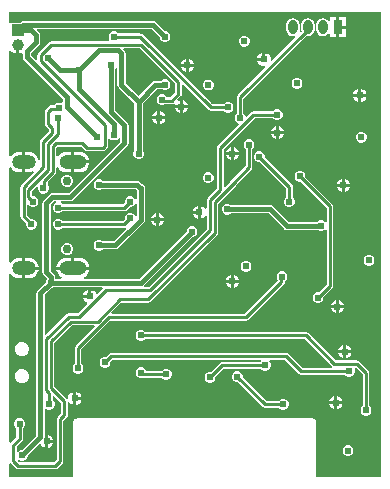
<source format=gtl>
G04*
G04 #@! TF.GenerationSoftware,Altium Limited,Altium Designer,23.4.1 (23)*
G04*
G04 Layer_Physical_Order=1*
G04 Layer_Color=255*
%FSLAX25Y25*%
%MOIN*%
G70*
G04*
G04 #@! TF.SameCoordinates,517BF390-C1E0-4631-B7DD-1789FC60F1BE*
G04*
G04*
G04 #@! TF.FilePolarity,Positive*
G04*
G01*
G75*
%ADD11C,0.01000*%
%ADD20C,0.01500*%
%ADD21C,0.03937*%
%ADD22R,0.03937X0.03937*%
%ADD23O,0.03150X0.04724*%
%ADD24R,0.03150X0.04724*%
%ADD25O,0.09055X0.04724*%
%ADD26O,0.07874X0.04724*%
%ADD27C,0.02953*%
%ADD28C,0.02400*%
G36*
X124863Y1122D02*
X103484D01*
Y19685D01*
X103398Y20114D01*
X103155Y20478D01*
X102791Y20721D01*
X102362Y20807D01*
X23622D01*
X23193Y20721D01*
X22829Y20478D01*
X22586Y20114D01*
X22501Y19685D01*
Y1122D01*
X1122D01*
Y5683D01*
X1622Y5835D01*
X1707Y5707D01*
X3207Y4207D01*
X3571Y3964D01*
X4000Y3878D01*
X4000Y3878D01*
X16500D01*
X16500Y3878D01*
X16929Y3964D01*
X17293Y4207D01*
X18793Y5707D01*
X19036Y6071D01*
X19122Y6500D01*
X19121Y6500D01*
Y20035D01*
X20293Y21207D01*
X20536Y21571D01*
X20622Y22000D01*
X20621Y22000D01*
Y26187D01*
X21122Y26286D01*
X21135Y26254D01*
X21754Y25635D01*
X22500Y25326D01*
Y27500D01*
Y29674D01*
X21754Y29365D01*
X21135Y28746D01*
X20800Y27938D01*
Y27434D01*
X20300Y27283D01*
X20293Y27293D01*
X20293Y27293D01*
X16071Y31515D01*
Y45985D01*
X21996Y51910D01*
X29433D01*
X29625Y51448D01*
X23207Y45030D01*
X22964Y44666D01*
X22878Y44237D01*
X22878Y44237D01*
Y38924D01*
X22474Y38520D01*
X22200Y37858D01*
Y37142D01*
X22474Y36480D01*
X22980Y35974D01*
X23642Y35700D01*
X24358D01*
X25020Y35974D01*
X25526Y36480D01*
X25800Y37142D01*
Y37858D01*
X25526Y38520D01*
X25122Y38924D01*
Y43773D01*
X34727Y53378D01*
X80000D01*
X80000Y53378D01*
X80429Y53464D01*
X80793Y53707D01*
X92634Y65548D01*
X92634Y65548D01*
X92877Y65912D01*
X92962Y66341D01*
X92962Y66341D01*
Y66450D01*
X93020Y66474D01*
X93526Y66980D01*
X93800Y67642D01*
Y68358D01*
X93526Y69020D01*
X93020Y69526D01*
X92358Y69800D01*
X91642D01*
X90980Y69526D01*
X90474Y69020D01*
X90200Y68358D01*
Y67642D01*
X90474Y66980D01*
X90684Y66770D01*
X79535Y55622D01*
X35361D01*
X35170Y56084D01*
X38465Y59378D01*
X47500D01*
X47500Y59378D01*
X47929Y59464D01*
X48293Y59707D01*
X70393Y81807D01*
X70636Y82171D01*
X70722Y82600D01*
X70722Y82600D01*
Y92373D01*
X76359Y98010D01*
X76359Y98010D01*
X76602Y98374D01*
X76637Y98551D01*
X81793Y103707D01*
X81793Y103707D01*
X82036Y104071D01*
X82122Y104500D01*
X82122Y104500D01*
Y110576D01*
X82526Y110980D01*
X82800Y111642D01*
Y112358D01*
X82526Y113020D01*
X82020Y113526D01*
X81358Y113800D01*
X80642D01*
X79980Y113526D01*
X79474Y113020D01*
X79200Y112358D01*
Y111642D01*
X79474Y110980D01*
X79878Y110576D01*
Y104965D01*
X74773Y99859D01*
X74529Y99495D01*
X74494Y99318D01*
X73084Y97907D01*
X72622Y98098D01*
Y110535D01*
X82965Y120878D01*
X89076D01*
X89480Y120474D01*
X90142Y120200D01*
X90858D01*
X91520Y120474D01*
X92026Y120980D01*
X92300Y121642D01*
Y122358D01*
X92026Y123020D01*
X91520Y123526D01*
X90858Y123800D01*
X90142D01*
X89480Y123526D01*
X89076Y123122D01*
X82500D01*
X82500Y123122D01*
X82071Y123036D01*
X81707Y122793D01*
X80262Y121348D01*
X79731Y121524D01*
X79526Y122020D01*
X79122Y122424D01*
Y127279D01*
X100123Y148281D01*
X100650Y148176D01*
X101498Y148345D01*
X102218Y148826D01*
X102698Y149545D01*
X102867Y150394D01*
Y151969D01*
X102698Y152817D01*
X102218Y153536D01*
X101498Y154017D01*
X100650Y154186D01*
X99801Y154017D01*
X99082Y153536D01*
X98601Y152817D01*
X98432Y151969D01*
Y150394D01*
X98537Y149867D01*
X98206Y149537D01*
X97746Y149783D01*
X97867Y150394D01*
Y151969D01*
X97698Y152817D01*
X97218Y153536D01*
X96498Y154017D01*
X95650Y154186D01*
X94801Y154017D01*
X94082Y153536D01*
X93601Y152817D01*
X93432Y151969D01*
Y150394D01*
X93601Y149545D01*
X94082Y148826D01*
X94801Y148345D01*
X95650Y148176D01*
X96260Y148298D01*
X96507Y147837D01*
X88677Y140007D01*
X88200Y140237D01*
Y140938D01*
X87865Y141746D01*
X87246Y142365D01*
X86500Y142674D01*
Y140500D01*
X86000D01*
Y140000D01*
X83826D01*
X84135Y139254D01*
X84754Y138635D01*
X85562Y138300D01*
X86263D01*
X86493Y137823D01*
X77207Y128537D01*
X76964Y128173D01*
X76878Y127744D01*
X76878Y127744D01*
Y122424D01*
X76474Y122020D01*
X76200Y121358D01*
Y120642D01*
X76474Y119980D01*
X76980Y119474D01*
X77476Y119269D01*
X77652Y118738D01*
X70707Y111793D01*
X70464Y111429D01*
X70378Y111000D01*
X70378Y111000D01*
Y97465D01*
X67207Y94293D01*
X66964Y93929D01*
X66878Y93500D01*
X66878Y93500D01*
Y90813D01*
X66378Y90714D01*
X66365Y90746D01*
X65746Y91365D01*
X65000Y91674D01*
Y89500D01*
Y87326D01*
X65746Y87635D01*
X66365Y88254D01*
X66378Y88286D01*
X66878Y88187D01*
Y83965D01*
X47535Y64622D01*
X46258D01*
X46168Y64750D01*
X46068Y65122D01*
X62147Y81200D01*
X62358D01*
X63020Y81474D01*
X63526Y81980D01*
X63800Y82642D01*
Y83358D01*
X63526Y84020D01*
X63020Y84526D01*
X62358Y84800D01*
X61642D01*
X60980Y84526D01*
X60474Y84020D01*
X60200Y83358D01*
Y83147D01*
X44430Y67376D01*
X26176D01*
X26076Y67876D01*
X26203Y67929D01*
X26905Y68468D01*
X27444Y69170D01*
X27783Y69988D01*
X27832Y70366D01*
X22342D01*
X16851D01*
X16901Y69988D01*
X17239Y69170D01*
X17778Y68468D01*
X18481Y67929D01*
X18607Y67876D01*
X18508Y67376D01*
X16376D01*
Y68000D01*
X16272Y68527D01*
X15973Y68973D01*
X14876Y70070D01*
Y91930D01*
X16070Y93124D01*
X16616D01*
X16716Y92624D01*
X16480Y92526D01*
X15974Y92020D01*
X15700Y91358D01*
Y90642D01*
X15974Y89980D01*
X16480Y89474D01*
X17142Y89200D01*
X17858D01*
X18520Y89474D01*
X18924Y89878D01*
X39500D01*
X39500Y89878D01*
X39929Y89964D01*
X40293Y90207D01*
X41286Y91200D01*
X41858D01*
X42520Y91474D01*
X43026Y91980D01*
X43124Y92216D01*
X43624Y92116D01*
Y88384D01*
X43124Y88284D01*
X43026Y88520D01*
X42520Y89026D01*
X41858Y89300D01*
X41142D01*
X40480Y89026D01*
X39974Y88520D01*
X39700Y87858D01*
Y87286D01*
X39035Y86622D01*
X18924D01*
X18520Y87026D01*
X17858Y87300D01*
X17142D01*
X16480Y87026D01*
X15974Y86520D01*
X15700Y85858D01*
Y85142D01*
X15974Y84480D01*
X16480Y83974D01*
X17142Y83700D01*
X17858D01*
X18520Y83974D01*
X18924Y84378D01*
X39500D01*
X39500Y84378D01*
X39781Y84434D01*
X40027Y83974D01*
X35944Y79891D01*
X32212D01*
X32063Y80041D01*
X31401Y80314D01*
X30685D01*
X30023Y80041D01*
X29517Y79534D01*
X29243Y78873D01*
Y78157D01*
X29517Y77495D01*
X30023Y76989D01*
X30685Y76714D01*
X31401D01*
X32063Y76989D01*
X32212Y77138D01*
X36514D01*
X37041Y77243D01*
X37488Y77541D01*
X45973Y86027D01*
X46272Y86473D01*
X46376Y87000D01*
Y97500D01*
X46272Y98027D01*
X45973Y98473D01*
X45473Y98974D01*
X45473Y98974D01*
X44821Y99626D01*
X44821Y99626D01*
X44374Y99924D01*
X43847Y100029D01*
X32217D01*
X32068Y100179D01*
X31406Y100453D01*
X30690D01*
X30029Y100179D01*
X29522Y99672D01*
X29248Y99011D01*
Y98295D01*
X29522Y97633D01*
X30029Y97127D01*
X30690Y96853D01*
X31406D01*
X32068Y97127D01*
X32217Y97276D01*
X43277D01*
X43624Y96930D01*
Y93884D01*
X43124Y93784D01*
X43026Y94020D01*
X42520Y94526D01*
X41858Y94800D01*
X41142D01*
X40480Y94526D01*
X39974Y94020D01*
X39700Y93358D01*
Y92786D01*
X39035Y92122D01*
X18924D01*
X18520Y92526D01*
X18284Y92624D01*
X18383Y93124D01*
X21500D01*
X22027Y93228D01*
X22473Y93527D01*
X40473Y111527D01*
X40473Y111527D01*
X40772Y111973D01*
X40876Y112500D01*
Y118500D01*
X40772Y119027D01*
X40473Y119473D01*
X36376Y123570D01*
Y137326D01*
X36399Y137353D01*
X36526Y137480D01*
X36552Y137543D01*
X36637Y137648D01*
X37124Y137569D01*
Y132000D01*
X37228Y131473D01*
X37527Y131027D01*
X42856Y125698D01*
Y110169D01*
X42706Y110020D01*
X42432Y109358D01*
Y108642D01*
X42706Y107980D01*
X43212Y107474D01*
X43874Y107200D01*
X44590D01*
X45252Y107474D01*
X45758Y107980D01*
X46032Y108642D01*
Y109358D01*
X45758Y110020D01*
X45608Y110169D01*
Y125698D01*
X50362Y130451D01*
X52035D01*
X52642Y130200D01*
X53358D01*
X54020Y130474D01*
X54526Y130980D01*
X54800Y131642D01*
Y132358D01*
X54526Y133020D01*
X54020Y133526D01*
X53358Y133800D01*
X52642D01*
X51980Y133526D01*
X51659Y133204D01*
X49792D01*
X49265Y133099D01*
X48818Y132801D01*
X44232Y128215D01*
X39876Y132570D01*
Y142500D01*
X39772Y143027D01*
X39473Y143473D01*
X39473Y143473D01*
X39180Y143766D01*
X39371Y144228D01*
X44685D01*
X56378Y132535D01*
Y129465D01*
X54768Y127854D01*
X53595D01*
X53526Y128020D01*
X53020Y128526D01*
X52358Y128800D01*
X51642D01*
X50980Y128526D01*
X50474Y128020D01*
X50200Y127358D01*
Y126642D01*
X50474Y125980D01*
X50980Y125474D01*
X51642Y125200D01*
X52358D01*
X53020Y125474D01*
X53156Y125611D01*
X55232D01*
X55232Y125611D01*
X55661Y125696D01*
X56025Y125939D01*
X56085Y125999D01*
X56509Y125716D01*
X56296Y125200D01*
X57970D01*
Y126874D01*
X57454Y126660D01*
X57170Y127084D01*
X58293Y128207D01*
X58293Y128207D01*
X58536Y128571D01*
X58622Y129000D01*
Y131902D01*
X59083Y132093D01*
X67470Y123707D01*
X67470Y123707D01*
X67834Y123464D01*
X68263Y123378D01*
X68263Y123378D01*
X72576D01*
X72980Y122974D01*
X73642Y122700D01*
X74358D01*
X75020Y122974D01*
X75526Y123480D01*
X75800Y124142D01*
Y124858D01*
X75526Y125520D01*
X75020Y126026D01*
X74358Y126300D01*
X73642D01*
X72980Y126026D01*
X72576Y125622D01*
X68727D01*
X45556Y148793D01*
X45192Y149036D01*
X44763Y149122D01*
X44763Y149122D01*
X37424D01*
X37020Y149526D01*
X36358Y149800D01*
X35642D01*
X34980Y149526D01*
X34474Y149020D01*
X34200Y148358D01*
Y147642D01*
X34474Y146980D01*
X34483Y146972D01*
X34276Y146472D01*
X15097D01*
X15097Y146472D01*
X14668Y146386D01*
X14304Y146143D01*
X14304Y146143D01*
X10841Y142680D01*
X10598Y142316D01*
X10513Y141887D01*
X10513Y141887D01*
Y140384D01*
X10013Y140177D01*
X8440Y141751D01*
Y142609D01*
X10973Y145143D01*
X10973Y145143D01*
X11272Y145590D01*
X11376Y146116D01*
Y148500D01*
X11272Y149027D01*
X10973Y149473D01*
X10285Y150162D01*
X10476Y150624D01*
X48430D01*
X51200Y147853D01*
Y147642D01*
X51474Y146980D01*
X51980Y146474D01*
X52642Y146200D01*
X53358D01*
X54020Y146474D01*
X54526Y146980D01*
X54800Y147642D01*
Y148358D01*
X54526Y149020D01*
X54020Y149526D01*
X53358Y149800D01*
X53147D01*
X49973Y152973D01*
X49527Y153272D01*
X49000Y153376D01*
X5839D01*
X5839Y153376D01*
X5312Y153272D01*
X4865Y152973D01*
X4865Y152973D01*
X4559Y152667D01*
X1369D01*
X1122Y153065D01*
Y156359D01*
X124863D01*
Y1122D01*
D02*
G37*
G36*
X4437Y142238D02*
X5083Y142411D01*
X5254Y142510D01*
X5687Y142260D01*
Y141180D01*
X5791Y140654D01*
X6090Y140207D01*
X18925Y127372D01*
Y126265D01*
X18425Y125931D01*
X18110Y126061D01*
X17394D01*
X16732Y125787D01*
X16226Y125281D01*
X16182Y125173D01*
X15052D01*
X14623Y125088D01*
X14259Y124845D01*
X14259Y124845D01*
X13207Y123793D01*
X12964Y123429D01*
X12878Y123000D01*
X12878Y123000D01*
Y119000D01*
X12878Y119000D01*
X12964Y118571D01*
X13207Y118207D01*
X14378Y117035D01*
Y116465D01*
X11707Y113793D01*
X11464Y113429D01*
X11378Y113000D01*
X11378Y113000D01*
Y107022D01*
X10878Y106990D01*
X10854Y107177D01*
X10515Y107995D01*
X9976Y108697D01*
X9274Y109236D01*
X8456Y109575D01*
X7578Y109691D01*
X6503D01*
Y106299D01*
Y102908D01*
X7578D01*
X8456Y103024D01*
X8925Y103218D01*
X9208Y102794D01*
X5107Y98693D01*
X4864Y98329D01*
X4778Y97900D01*
X4778Y97900D01*
Y88186D01*
X4778Y88186D01*
X4864Y87757D01*
X5107Y87393D01*
X6700Y85800D01*
Y85142D01*
X6974Y84480D01*
X7480Y83974D01*
X8142Y83700D01*
X8858D01*
X9520Y83974D01*
X10026Y84480D01*
X10300Y85142D01*
Y85858D01*
X10026Y86520D01*
X9520Y87026D01*
X8858Y87300D01*
X8372D01*
X7022Y88650D01*
Y91780D01*
X7300Y91903D01*
X7522Y91933D01*
X7980Y91474D01*
X8642Y91200D01*
X9358D01*
X10020Y91474D01*
X10526Y91980D01*
X10800Y92642D01*
Y93358D01*
X10526Y94020D01*
X10020Y94526D01*
X9358Y94800D01*
X8786D01*
X8622Y94965D01*
Y96535D01*
X10311Y98225D01*
X10734Y97941D01*
X10700Y97858D01*
Y97142D01*
X10974Y96480D01*
X11480Y95974D01*
X12142Y95700D01*
X12858D01*
X13520Y95974D01*
X14026Y96480D01*
X14300Y97142D01*
Y97858D01*
X14026Y98520D01*
X13889Y98656D01*
Y99541D01*
X16493Y102144D01*
X16493Y102144D01*
X16736Y102508D01*
X16822Y102937D01*
X16822Y102937D01*
Y104368D01*
X16854Y104386D01*
X17322Y104497D01*
X17778Y103901D01*
X18481Y103362D01*
X19299Y103023D01*
X20177Y102908D01*
X21842D01*
Y106299D01*
Y109690D01*
X20177D01*
X19299Y109574D01*
X18481Y109236D01*
X17778Y108697D01*
X17322Y108101D01*
X16854Y108211D01*
X16822Y108230D01*
Y110973D01*
X17227Y111378D01*
X25035D01*
X26207Y110207D01*
X26571Y109964D01*
X27000Y109878D01*
X27000Y109878D01*
X32414D01*
X32414Y109878D01*
X32843Y109964D01*
X33207Y110207D01*
X33793Y110793D01*
X33793Y110793D01*
X34036Y111157D01*
X34122Y111586D01*
Y113834D01*
X34622Y114041D01*
X34980Y113682D01*
X35642Y113408D01*
X36358D01*
X37020Y113682D01*
X37526Y114189D01*
X37624Y114424D01*
X38124Y114325D01*
Y113070D01*
X20930Y95876D01*
X15500D01*
X15500Y95876D01*
X14973Y95772D01*
X14527Y95473D01*
X12527Y93473D01*
X12228Y93027D01*
X12124Y92500D01*
Y69500D01*
X12228Y68973D01*
X12527Y68527D01*
X13624Y67430D01*
Y67169D01*
X13474Y67020D01*
X13200Y66358D01*
Y66147D01*
X10527Y63473D01*
X10228Y63027D01*
X10124Y62500D01*
Y15070D01*
X5353Y10300D01*
X5142D01*
X4480Y10026D01*
X4121Y9667D01*
X3621Y9874D01*
Y11568D01*
X5321Y13268D01*
X5321Y13268D01*
X5564Y13631D01*
X5649Y14061D01*
Y17548D01*
X6053Y17953D01*
X6328Y18614D01*
Y19331D01*
X6053Y19992D01*
X5547Y20498D01*
X4886Y20772D01*
X4169D01*
X3508Y20498D01*
X3002Y19992D01*
X2728Y19331D01*
Y18614D01*
X3002Y17953D01*
X3406Y17548D01*
Y14525D01*
X1707Y12826D01*
X1622Y12698D01*
X1122Y12850D01*
Y68831D01*
X1622Y69001D01*
X2030Y68468D01*
X2733Y67929D01*
X3551Y67591D01*
X4428Y67475D01*
X5503D01*
Y70866D01*
Y74257D01*
X4428D01*
X3551Y74142D01*
X2733Y73803D01*
X2030Y73264D01*
X1622Y72732D01*
X1122Y72901D01*
Y104265D01*
X1622Y104435D01*
X2031Y103902D01*
X2733Y103363D01*
X3551Y103024D01*
X4428Y102908D01*
X5503D01*
Y106299D01*
Y109691D01*
X4428D01*
X3551Y109575D01*
X2733Y109236D01*
X2031Y108697D01*
X1622Y108164D01*
X1122Y108334D01*
Y143117D01*
X1373Y143252D01*
X1622Y143295D01*
X2114Y142802D01*
X2791Y142411D01*
X3437Y142238D01*
Y145177D01*
X4437D01*
Y142238D01*
D02*
G37*
G36*
X32290Y64124D02*
X30490Y62324D01*
X30000Y62421D01*
X29865Y62746D01*
X29246Y63365D01*
X28500Y63674D01*
Y61500D01*
X28000D01*
Y61000D01*
X25826D01*
X26135Y60254D01*
X26754Y59635D01*
X27079Y59500D01*
X27176Y59010D01*
X23920Y55753D01*
X20869D01*
X20439Y55668D01*
X20076Y55424D01*
X20076Y55424D01*
X13338Y48687D01*
X12876Y48879D01*
Y61930D01*
X15147Y64200D01*
X15358D01*
X16020Y64474D01*
X16169Y64624D01*
X32083D01*
X32290Y64124D01*
D02*
G37*
G36*
X18379Y26035D02*
Y22465D01*
X17207Y21293D01*
X16964Y20929D01*
X16878Y20500D01*
X16879Y20500D01*
Y6965D01*
X16035Y6121D01*
X4465D01*
X3890Y6696D01*
X3917Y6830D01*
X4459Y6995D01*
X4480Y6974D01*
X5142Y6700D01*
X5858D01*
X6520Y6974D01*
X7026Y7480D01*
X7300Y8142D01*
Y8353D01*
X11154Y12207D01*
X11644Y12110D01*
X11757Y11839D01*
X12376Y11220D01*
X13122Y10911D01*
Y13085D01*
Y15327D01*
X12876Y15491D01*
Y23871D01*
X13376Y24078D01*
X13480Y23974D01*
X14142Y23700D01*
X14858D01*
X15520Y23974D01*
X16026Y24480D01*
X16300Y25142D01*
Y25858D01*
X16026Y26520D01*
X15621Y26924D01*
Y28139D01*
X16083Y28330D01*
X18379Y26035D01*
D02*
G37*
%LPC*%
G36*
X110150Y154543D02*
X108075D01*
Y153154D01*
X107575Y153002D01*
X107218Y153536D01*
X106498Y154017D01*
X105650Y154186D01*
X104801Y154017D01*
X104082Y153536D01*
X103601Y152817D01*
X103432Y151969D01*
Y150394D01*
X103601Y149545D01*
X104082Y148826D01*
X104801Y148345D01*
X105650Y148176D01*
X106498Y148345D01*
X107218Y148826D01*
X107575Y149360D01*
X108075Y149209D01*
Y147819D01*
X110150D01*
Y151181D01*
Y154543D01*
D02*
G37*
G36*
X113224D02*
X111150D01*
Y151681D01*
X113224D01*
Y154543D01*
D02*
G37*
G36*
Y150681D02*
X111150D01*
Y147819D01*
X113224D01*
Y150681D01*
D02*
G37*
G36*
X79858Y148300D02*
X79142D01*
X78480Y148026D01*
X77974Y147520D01*
X77700Y146858D01*
Y146142D01*
X77974Y145480D01*
X78480Y144974D01*
X79142Y144700D01*
X79858D01*
X80520Y144974D01*
X81026Y145480D01*
X81300Y146142D01*
Y146858D01*
X81026Y147520D01*
X80520Y148026D01*
X79858Y148300D01*
D02*
G37*
G36*
X85500Y142674D02*
X84754Y142365D01*
X84135Y141746D01*
X83826Y141000D01*
X85500D01*
Y142674D01*
D02*
G37*
G36*
X61000Y140674D02*
Y139000D01*
X62674D01*
X62365Y139746D01*
X61746Y140365D01*
X61000Y140674D01*
D02*
G37*
G36*
X60000D02*
X59254Y140365D01*
X58635Y139746D01*
X58326Y139000D01*
X60000D01*
Y140674D01*
D02*
G37*
G36*
X62674Y138000D02*
X61000D01*
Y136326D01*
X61746Y136635D01*
X62365Y137254D01*
X62674Y138000D01*
D02*
G37*
G36*
X60000D02*
X58326D01*
X58635Y137254D01*
X59254Y136635D01*
X60000Y136326D01*
Y138000D01*
D02*
G37*
G36*
X97358Y134300D02*
X96642D01*
X95980Y134026D01*
X95474Y133520D01*
X95200Y132858D01*
Y132142D01*
X95474Y131480D01*
X95980Y130974D01*
X96642Y130700D01*
X97358D01*
X98020Y130974D01*
X98526Y131480D01*
X98800Y132142D01*
Y132858D01*
X98526Y133520D01*
X98020Y134026D01*
X97358Y134300D01*
D02*
G37*
G36*
X67858Y133711D02*
X67142D01*
X66480Y133437D01*
X65974Y132931D01*
X65700Y132269D01*
Y131553D01*
X65974Y130892D01*
X66480Y130385D01*
X67142Y130111D01*
X67858D01*
X68520Y130385D01*
X69026Y130892D01*
X69300Y131553D01*
Y132269D01*
X69026Y132931D01*
X68520Y133437D01*
X67858Y133711D01*
D02*
G37*
G36*
X118500Y130674D02*
Y129000D01*
X120174D01*
X119865Y129746D01*
X119246Y130365D01*
X118500Y130674D01*
D02*
G37*
G36*
X117500D02*
X116754Y130365D01*
X116135Y129746D01*
X115826Y129000D01*
X117500D01*
Y130674D01*
D02*
G37*
G36*
X120174Y128000D02*
X118500D01*
Y126326D01*
X119246Y126635D01*
X119865Y127254D01*
X120174Y128000D01*
D02*
G37*
G36*
X117500D02*
X115826D01*
X116135Y127254D01*
X116754Y126635D01*
X117500Y126326D01*
Y128000D01*
D02*
G37*
G36*
X58970Y126874D02*
Y125200D01*
X60644D01*
X60335Y125946D01*
X59716Y126565D01*
X58970Y126874D01*
D02*
G37*
G36*
X60644Y124200D02*
X58970D01*
Y122526D01*
X59716Y122835D01*
X60335Y123454D01*
X60644Y124200D01*
D02*
G37*
G36*
X57970D02*
X56296D01*
X56605Y123454D01*
X57223Y122835D01*
X57970Y122526D01*
Y124200D01*
D02*
G37*
G36*
X51500Y123174D02*
Y121500D01*
X53174D01*
X52865Y122246D01*
X52246Y122865D01*
X51500Y123174D01*
D02*
G37*
G36*
X50500D02*
X49754Y122865D01*
X49135Y122246D01*
X48826Y121500D01*
X50500D01*
Y123174D01*
D02*
G37*
G36*
X53174Y120500D02*
X51500D01*
Y118826D01*
X52246Y119135D01*
X52865Y119754D01*
X53174Y120500D01*
D02*
G37*
G36*
X50500D02*
X48826D01*
X49135Y119754D01*
X49754Y119135D01*
X50500Y118826D01*
Y120500D01*
D02*
G37*
G36*
X91000Y118174D02*
Y116500D01*
X92674D01*
X92365Y117246D01*
X91746Y117865D01*
X91000Y118174D01*
D02*
G37*
G36*
X90000D02*
X89254Y117865D01*
X88635Y117246D01*
X88326Y116500D01*
X90000D01*
Y118174D01*
D02*
G37*
G36*
X92674Y115500D02*
X91000D01*
Y113826D01*
X91746Y114135D01*
X92365Y114754D01*
X92674Y115500D01*
D02*
G37*
G36*
X90000D02*
X88326D01*
X88635Y114754D01*
X89254Y114135D01*
X90000Y113826D01*
Y115500D01*
D02*
G37*
G36*
X118858Y116300D02*
X118142D01*
X117480Y116026D01*
X116974Y115520D01*
X116700Y114858D01*
Y114142D01*
X116974Y113480D01*
X117480Y112974D01*
X118142Y112700D01*
X118858D01*
X119520Y112974D01*
X120026Y113480D01*
X120300Y114142D01*
Y114858D01*
X120026Y115520D01*
X119520Y116026D01*
X118858Y116300D01*
D02*
G37*
G36*
X76000Y111174D02*
Y109500D01*
X77674D01*
X77365Y110246D01*
X76746Y110865D01*
X76000Y111174D01*
D02*
G37*
G36*
X75000D02*
X74254Y110865D01*
X73635Y110246D01*
X73326Y109500D01*
X75000D01*
Y111174D01*
D02*
G37*
G36*
X77674Y108500D02*
X76000D01*
Y106826D01*
X76746Y107135D01*
X77365Y107754D01*
X77674Y108500D01*
D02*
G37*
G36*
X75000D02*
X73326D01*
X73635Y107754D01*
X74254Y107135D01*
X75000Y106826D01*
Y108500D01*
D02*
G37*
G36*
X67858Y102800D02*
X67142D01*
X66480Y102526D01*
X65974Y102020D01*
X65700Y101358D01*
Y100642D01*
X65974Y99980D01*
X66480Y99474D01*
X67142Y99200D01*
X67858D01*
X68520Y99474D01*
X69026Y99980D01*
X69300Y100642D01*
Y101358D01*
X69026Y102020D01*
X68520Y102526D01*
X67858Y102800D01*
D02*
G37*
G36*
X113000Y100674D02*
Y99000D01*
X114674D01*
X114365Y99746D01*
X113746Y100365D01*
X113000Y100674D01*
D02*
G37*
G36*
X112000D02*
X111254Y100365D01*
X110635Y99746D01*
X110326Y99000D01*
X112000D01*
Y100674D01*
D02*
G37*
G36*
X114674Y98000D02*
X113000D01*
Y96326D01*
X113746Y96635D01*
X114365Y97254D01*
X114674Y98000D01*
D02*
G37*
G36*
X112000D02*
X110326D01*
X110635Y97254D01*
X111254Y96635D01*
X112000Y96326D01*
Y98000D01*
D02*
G37*
G36*
X84858Y109800D02*
X84142D01*
X83480Y109526D01*
X82974Y109020D01*
X82700Y108358D01*
Y107642D01*
X82974Y106980D01*
X83480Y106474D01*
X84142Y106200D01*
X84714D01*
X93378Y97535D01*
Y94424D01*
X92974Y94020D01*
X92700Y93358D01*
Y92642D01*
X92974Y91980D01*
X93480Y91474D01*
X94142Y91200D01*
X94858D01*
X95520Y91474D01*
X96026Y91980D01*
X96300Y92642D01*
Y93358D01*
X96026Y94020D01*
X95622Y94424D01*
Y98000D01*
X95622Y98000D01*
X95536Y98429D01*
X95293Y98793D01*
X95293Y98793D01*
X86300Y107786D01*
Y108358D01*
X86026Y109020D01*
X85520Y109526D01*
X84858Y109800D01*
D02*
G37*
G36*
X64000Y91674D02*
X63254Y91365D01*
X62635Y90746D01*
X62326Y90000D01*
X64000D01*
Y91674D01*
D02*
G37*
G36*
X51000Y89174D02*
Y87500D01*
X52674D01*
X52365Y88246D01*
X51746Y88865D01*
X51000Y89174D01*
D02*
G37*
G36*
X50000D02*
X49254Y88865D01*
X48635Y88246D01*
X48326Y87500D01*
X50000D01*
Y89174D01*
D02*
G37*
G36*
X64000Y89000D02*
X62326D01*
X62635Y88254D01*
X63254Y87635D01*
X64000Y87326D01*
Y89000D01*
D02*
G37*
G36*
X98358Y103300D02*
X97642D01*
X96980Y103026D01*
X96474Y102520D01*
X96200Y101858D01*
Y101142D01*
X96474Y100480D01*
X96980Y99974D01*
X97642Y99700D01*
X98214D01*
X106878Y91035D01*
Y86374D01*
X106378Y86167D01*
X106020Y86526D01*
X105358Y86800D01*
X104642D01*
X103980Y86526D01*
X103831Y86376D01*
X94198D01*
X89101Y91473D01*
X88655Y91772D01*
X88128Y91876D01*
X74969D01*
X74820Y92026D01*
X74158Y92300D01*
X73442D01*
X72780Y92026D01*
X72274Y91520D01*
X72000Y90858D01*
Y90142D01*
X72274Y89480D01*
X72780Y88974D01*
X73442Y88700D01*
X74158D01*
X74820Y88974D01*
X74969Y89124D01*
X87558D01*
X92655Y84027D01*
X92655Y84027D01*
X93102Y83728D01*
X93628Y83624D01*
X103831D01*
X103980Y83474D01*
X104642Y83200D01*
X105358D01*
X106020Y83474D01*
X106378Y83833D01*
X106878Y83626D01*
Y65465D01*
X104214Y62800D01*
X103642D01*
X102980Y62526D01*
X102474Y62020D01*
X102200Y61358D01*
Y60642D01*
X102474Y59980D01*
X102980Y59474D01*
X103642Y59200D01*
X104358D01*
X105020Y59474D01*
X105526Y59980D01*
X105800Y60642D01*
Y61214D01*
X108793Y64207D01*
X108793Y64207D01*
X109036Y64571D01*
X109122Y65000D01*
Y91500D01*
X109122Y91500D01*
X109036Y91929D01*
X108793Y92293D01*
X108793Y92293D01*
X99800Y101286D01*
Y101858D01*
X99526Y102520D01*
X99020Y103026D01*
X98358Y103300D01*
D02*
G37*
G36*
X52674Y86500D02*
X51000D01*
Y84826D01*
X51746Y85135D01*
X52365Y85754D01*
X52674Y86500D01*
D02*
G37*
G36*
X50000D02*
X48326D01*
X48635Y85754D01*
X49254Y85135D01*
X50000Y84826D01*
Y86500D01*
D02*
G37*
G36*
X20786Y79282D02*
X19960D01*
X19197Y78966D01*
X18613Y78381D01*
X18297Y77618D01*
Y76792D01*
X18613Y76029D01*
X19197Y75445D01*
X19960Y75129D01*
X20786D01*
X21550Y75445D01*
X22134Y76029D01*
X22450Y76792D01*
Y77618D01*
X22134Y78381D01*
X21550Y78966D01*
X20786Y79282D01*
D02*
G37*
G36*
X121358Y75300D02*
X120642D01*
X119980Y75026D01*
X119474Y74520D01*
X119200Y73858D01*
Y73142D01*
X119474Y72480D01*
X119980Y71974D01*
X120642Y71700D01*
X121358D01*
X122020Y71974D01*
X122526Y72480D01*
X122800Y73142D01*
Y73858D01*
X122526Y74520D01*
X122020Y75026D01*
X121358Y75300D01*
D02*
G37*
G36*
X24507Y74257D02*
X22842D01*
Y71366D01*
X27832D01*
X27783Y71743D01*
X27444Y72561D01*
X26905Y73264D01*
X26203Y73803D01*
X25385Y74141D01*
X24507Y74257D01*
D02*
G37*
G36*
X21842D02*
X20176D01*
X19299Y74141D01*
X18481Y73803D01*
X17778Y73264D01*
X17239Y72561D01*
X16901Y71743D01*
X16851Y71366D01*
X21842D01*
Y74257D01*
D02*
G37*
G36*
X80358Y73300D02*
X79642D01*
X78980Y73026D01*
X78474Y72520D01*
X78200Y71858D01*
Y71142D01*
X78474Y70480D01*
X78980Y69974D01*
X79642Y69700D01*
X80358D01*
X81020Y69974D01*
X81526Y70480D01*
X81800Y71142D01*
Y71858D01*
X81526Y72520D01*
X81020Y73026D01*
X80358Y73300D01*
D02*
G37*
G36*
X76000Y68674D02*
Y67000D01*
X77674D01*
X77365Y67746D01*
X76746Y68365D01*
X76000Y68674D01*
D02*
G37*
G36*
X75000D02*
X74254Y68365D01*
X73635Y67746D01*
X73326Y67000D01*
X75000D01*
Y68674D01*
D02*
G37*
G36*
X77674Y66000D02*
X76000D01*
Y64326D01*
X76746Y64635D01*
X77365Y65254D01*
X77674Y66000D01*
D02*
G37*
G36*
X75000D02*
X73326D01*
X73635Y65254D01*
X74254Y64635D01*
X75000Y64326D01*
Y66000D01*
D02*
G37*
G36*
X111000Y60174D02*
Y58500D01*
X112674D01*
X112365Y59246D01*
X111746Y59865D01*
X111000Y60174D01*
D02*
G37*
G36*
X110000D02*
X109254Y59865D01*
X108635Y59246D01*
X108326Y58500D01*
X110000D01*
Y60174D01*
D02*
G37*
G36*
X112674Y57500D02*
X111000D01*
Y55826D01*
X111746Y56135D01*
X112365Y56754D01*
X112674Y57500D01*
D02*
G37*
G36*
X110000D02*
X108326D01*
X108635Y56754D01*
X109254Y56135D01*
X110000Y55826D01*
Y57500D01*
D02*
G37*
G36*
X113500Y45174D02*
Y43500D01*
X115174D01*
X114865Y44246D01*
X114246Y44865D01*
X113500Y45174D01*
D02*
G37*
G36*
X112500D02*
X111754Y44865D01*
X111135Y44246D01*
X110826Y43500D01*
X112500D01*
Y45174D01*
D02*
G37*
G36*
X115174Y42500D02*
X113500D01*
Y40826D01*
X114246Y41135D01*
X114865Y41754D01*
X115174Y42500D01*
D02*
G37*
G36*
X112500D02*
X110826D01*
X111135Y41754D01*
X111754Y41135D01*
X112500Y40826D01*
Y42500D01*
D02*
G37*
G36*
X45358Y50300D02*
X44642D01*
X43980Y50026D01*
X43474Y49520D01*
X43200Y48858D01*
Y48142D01*
X43474Y47480D01*
X43980Y46974D01*
X44642Y46700D01*
X45358D01*
X46020Y46974D01*
X46424Y47378D01*
X99535D01*
X108707Y38207D01*
X108707Y38207D01*
X108835Y38122D01*
X108683Y37622D01*
X98965D01*
X94293Y42293D01*
X93929Y42536D01*
X93500Y42622D01*
X93500Y42622D01*
X35000D01*
X35000Y42622D01*
X34571Y42536D01*
X34207Y42293D01*
X34207Y42293D01*
X33214Y41300D01*
X32642D01*
X31980Y41026D01*
X31474Y40520D01*
X31200Y39858D01*
Y39142D01*
X31474Y38480D01*
X31980Y37974D01*
X32642Y37700D01*
X33358D01*
X34020Y37974D01*
X34526Y38480D01*
X34800Y39142D01*
Y39714D01*
X35465Y40378D01*
X84919D01*
X85141Y39885D01*
X84936Y39622D01*
X72000D01*
X71571Y39536D01*
X71207Y39293D01*
X71207Y39293D01*
X68214Y36300D01*
X67642D01*
X66980Y36026D01*
X66474Y35520D01*
X66200Y34858D01*
Y34142D01*
X66474Y33480D01*
X66980Y32974D01*
X67642Y32700D01*
X68358D01*
X69020Y32974D01*
X69526Y33480D01*
X69800Y34142D01*
Y34714D01*
X72465Y37378D01*
X85076D01*
X85480Y36974D01*
X86142Y36700D01*
X86858D01*
X87520Y36974D01*
X88026Y37480D01*
X88300Y38142D01*
Y38858D01*
X88026Y39520D01*
X87667Y39878D01*
X87874Y40378D01*
X93035D01*
X97707Y35707D01*
X97707Y35707D01*
X98071Y35464D01*
X98500Y35378D01*
X98500Y35378D01*
X113076D01*
X113480Y34974D01*
X114142Y34700D01*
X114858D01*
X115520Y34974D01*
X116026Y35480D01*
X116300Y36142D01*
Y36858D01*
X116212Y37071D01*
X116507Y37609D01*
X116765Y37649D01*
X118878Y35535D01*
Y24924D01*
X118474Y24520D01*
X118200Y23858D01*
Y23142D01*
X118474Y22480D01*
X118980Y21974D01*
X119642Y21700D01*
X120358D01*
X121020Y21974D01*
X121526Y22480D01*
X121800Y23142D01*
Y23858D01*
X121526Y24520D01*
X121122Y24924D01*
Y36000D01*
X121122Y36000D01*
X121036Y36429D01*
X120793Y36793D01*
X117793Y39793D01*
X117429Y40036D01*
X117000Y40122D01*
X117000Y40122D01*
X109965D01*
X100793Y49293D01*
X100429Y49536D01*
X100000Y49622D01*
X100000Y49622D01*
X46424D01*
X46020Y50026D01*
X45358Y50300D01*
D02*
G37*
G36*
Y37800D02*
X44642D01*
X43980Y37526D01*
X43474Y37020D01*
X43200Y36358D01*
Y35642D01*
X43474Y34980D01*
X43980Y34474D01*
X44642Y34200D01*
X45358D01*
X45818Y34391D01*
X45879Y34378D01*
X45879Y34378D01*
X52076D01*
X52480Y33974D01*
X53142Y33700D01*
X53858D01*
X54520Y33974D01*
X55026Y34480D01*
X55300Y35142D01*
Y35858D01*
X55026Y36520D01*
X54520Y37026D01*
X53858Y37300D01*
X53142D01*
X52480Y37026D01*
X52076Y36622D01*
X46691D01*
X46526Y37020D01*
X46020Y37526D01*
X45358Y37800D01*
D02*
G37*
G36*
X23500Y29674D02*
Y28000D01*
X25174D01*
X24865Y28746D01*
X24246Y29365D01*
X23500Y29674D01*
D02*
G37*
G36*
X110500Y28174D02*
Y26500D01*
X112174D01*
X111865Y27246D01*
X111246Y27865D01*
X110500Y28174D01*
D02*
G37*
G36*
X109500D02*
X108754Y27865D01*
X108135Y27246D01*
X107826Y26500D01*
X109500D01*
Y28174D01*
D02*
G37*
G36*
X25174Y27000D02*
X23500D01*
Y25326D01*
X24246Y25635D01*
X24865Y26254D01*
X25174Y27000D01*
D02*
G37*
G36*
X112174Y25500D02*
X110500D01*
Y23826D01*
X111246Y24135D01*
X111865Y24754D01*
X112174Y25500D01*
D02*
G37*
G36*
X109500D02*
X107826D01*
X108135Y24754D01*
X108754Y24135D01*
X109500Y23826D01*
Y25500D01*
D02*
G37*
G36*
X77523Y36465D02*
X76807D01*
X76146Y36191D01*
X75639Y35685D01*
X75365Y35023D01*
Y34307D01*
X75639Y33646D01*
X76146Y33139D01*
X76807Y32865D01*
X77379D01*
X85537Y24707D01*
X85537Y24707D01*
X85901Y24464D01*
X86331Y24378D01*
X91076D01*
X91480Y23974D01*
X92142Y23700D01*
X92858D01*
X93520Y23974D01*
X94026Y24480D01*
X94300Y25142D01*
Y25858D01*
X94026Y26520D01*
X93520Y27026D01*
X92858Y27300D01*
X92142D01*
X91480Y27026D01*
X91076Y26622D01*
X86795D01*
X78965Y34451D01*
Y35023D01*
X78691Y35685D01*
X78185Y36191D01*
X77523Y36465D01*
D02*
G37*
G36*
X114358Y11800D02*
X113642D01*
X112980Y11526D01*
X112474Y11020D01*
X112200Y10358D01*
Y9642D01*
X112474Y8980D01*
X112980Y8474D01*
X113642Y8200D01*
X114358D01*
X115020Y8474D01*
X115526Y8980D01*
X115800Y9642D01*
Y10358D01*
X115526Y11020D01*
X115020Y11526D01*
X114358Y11800D01*
D02*
G37*
G36*
X24507Y109690D02*
X22842D01*
Y106799D01*
X27833D01*
X27783Y107177D01*
X27444Y107994D01*
X26905Y108697D01*
X26203Y109236D01*
X25385Y109574D01*
X24507Y109690D01*
D02*
G37*
G36*
X27833Y105799D02*
X22842D01*
Y102908D01*
X24507D01*
X25385Y103023D01*
X26203Y103362D01*
X26905Y103901D01*
X27444Y104603D01*
X27783Y105421D01*
X27833Y105799D01*
D02*
G37*
G36*
X20786Y102038D02*
X19960D01*
X19197Y101722D01*
X18613Y101137D01*
X18297Y100374D01*
Y99548D01*
X18613Y98785D01*
X19197Y98201D01*
X19960Y97885D01*
X20786D01*
X21550Y98201D01*
X22134Y98785D01*
X22450Y99548D01*
Y100374D01*
X22134Y101137D01*
X21550Y101722D01*
X20786Y102038D01*
D02*
G37*
G36*
X7578Y74257D02*
X6503D01*
Y71366D01*
X10903D01*
X10853Y71744D01*
X10515Y72562D01*
X9976Y73264D01*
X9273Y73803D01*
X8456Y74142D01*
X7578Y74257D01*
D02*
G37*
G36*
X10903Y70366D02*
X6503D01*
Y67475D01*
X7578D01*
X8456Y67591D01*
X9273Y67929D01*
X9976Y68468D01*
X10515Y69171D01*
X10853Y69989D01*
X10903Y70366D01*
D02*
G37*
G36*
X5787Y46269D02*
X4843D01*
X3971Y45908D01*
X3304Y45241D01*
X2943Y44369D01*
Y43426D01*
X3304Y42554D01*
X3971Y41887D01*
X4843Y41526D01*
X5787D01*
X6658Y41887D01*
X7326Y42554D01*
X7687Y43426D01*
Y44369D01*
X7326Y45241D01*
X6658Y45908D01*
X5787Y46269D01*
D02*
G37*
G36*
Y37214D02*
X4843D01*
X3971Y36853D01*
X3304Y36186D01*
X2943Y35314D01*
Y34371D01*
X3304Y33499D01*
X3971Y32832D01*
X4843Y32471D01*
X5787D01*
X6658Y32832D01*
X7326Y33499D01*
X7687Y34371D01*
Y35314D01*
X7326Y36186D01*
X6658Y36853D01*
X5787Y37214D01*
D02*
G37*
G36*
X27500Y63674D02*
X26754Y63365D01*
X26135Y62746D01*
X25826Y62000D01*
X27500D01*
Y63674D01*
D02*
G37*
G36*
X14122Y15260D02*
Y13586D01*
X15796D01*
X15487Y14332D01*
X14868Y14951D01*
X14122Y15260D01*
D02*
G37*
G36*
X15796Y12585D02*
X14122D01*
Y10911D01*
X14868Y11220D01*
X15487Y11839D01*
X15796Y12585D01*
D02*
G37*
%LPD*%
D11*
X13350Y30387D02*
Y47113D01*
X14950Y46450D02*
X21531Y53031D01*
X14500Y25500D02*
Y29237D01*
X13350Y30387D02*
X14500Y29237D01*
X14950Y31050D02*
X19500Y26500D01*
X14950Y31050D02*
Y46450D01*
X13350Y47113D02*
X20869Y54631D01*
X24000Y37500D02*
Y44237D01*
X34263Y54500D01*
X24384Y54631D02*
X33253Y63500D01*
X48000D01*
X20869Y54631D02*
X24384D01*
X47500Y60500D02*
X69600Y82600D01*
X19500Y22000D02*
Y26500D01*
X21531Y53031D02*
X30531D01*
X34263Y54500D02*
X80000D01*
X30531Y53031D02*
X38000Y60500D01*
X47500D01*
X48000Y63500D02*
X68000Y83500D01*
Y93500D01*
X69600Y92837D02*
X75566Y98803D01*
X68000Y93500D02*
X71500Y97000D01*
X69600Y82600D02*
Y92837D01*
X75566Y98803D02*
Y99066D01*
X71500Y97000D02*
Y111000D01*
X81000Y104500D02*
Y112000D01*
X75566Y99066D02*
X81000Y104500D01*
X18000Y6500D02*
Y20500D01*
X19500Y22000D01*
X4000Y5000D02*
X16500D01*
X18000Y6500D01*
X2500D02*
X4000Y5000D01*
X4528Y14061D02*
Y18972D01*
X2500Y12033D02*
X4528Y14061D01*
X2500Y6500D02*
Y12033D01*
X100000Y48500D02*
X109500Y39000D01*
X45000Y48500D02*
X100000D01*
X109500Y39000D02*
X117000D01*
X80000Y54500D02*
X91841Y66341D01*
X93500Y41500D02*
X98500Y36500D01*
X35000Y41500D02*
X93500D01*
X98500Y36500D02*
X114500D01*
X120000Y23500D02*
Y36000D01*
X117000Y39000D02*
X120000Y36000D01*
X45000D02*
X45379D01*
X45879Y35500D02*
X53500D01*
X45379Y36000D02*
X45879Y35500D01*
X33000Y39500D02*
X35000Y41500D01*
X91841Y67841D02*
X92000Y68000D01*
X91841Y66341D02*
Y67841D01*
X72000Y38500D02*
X86500D01*
X68000Y34500D02*
X72000Y38500D01*
X77165Y34665D02*
X86331Y25500D01*
X92500D01*
X94500Y93000D02*
Y98000D01*
X84500Y108000D02*
X94500Y98000D01*
X12768Y100005D02*
X15700Y102937D01*
X12500Y97500D02*
X12768Y97768D01*
Y100005D01*
X17500Y91000D02*
X39500D01*
X41500Y93000D01*
X7500Y94500D02*
X9000Y93000D01*
X8500Y85500D02*
Y85586D01*
X5900Y88186D02*
X8500Y85586D01*
X5900Y88186D02*
Y97900D01*
X33000Y111586D02*
Y118616D01*
X27000Y111000D02*
X32414D01*
X33000Y111586D01*
X25500Y112500D02*
X27000Y111000D01*
X17543Y124052D02*
X17752Y124261D01*
X14000Y123000D02*
X15052Y124052D01*
X17500Y115500D02*
Y120951D01*
X15052Y124052D02*
X17543D01*
X14000Y119000D02*
Y123000D01*
X17500Y120951D02*
X17501Y120952D01*
X52268Y126732D02*
X55232D01*
X57500Y129000D01*
X52000Y127000D02*
X52268Y126732D01*
X5900Y97900D02*
X12500Y104500D01*
X7500Y97000D02*
X14100Y103600D01*
X7500Y94500D02*
Y97000D01*
X12500Y113000D02*
X15500Y116000D01*
X12500Y104500D02*
Y113000D01*
X15500Y116000D02*
Y117500D01*
X15700Y102937D02*
Y111437D01*
X16763Y112500D01*
X14100Y103600D02*
Y112100D01*
X17500Y115500D01*
X16763Y112500D02*
X25500D01*
X14000Y119000D02*
X15500Y117500D01*
X11635Y139982D02*
X22217Y129399D01*
X22217D01*
X11635Y139982D02*
Y141887D01*
X22217Y129399D02*
X33000Y118616D01*
X15097Y145350D02*
X45150D01*
X11635Y141887D02*
X15097Y145350D01*
X45150D02*
X57500Y133000D01*
Y129000D02*
Y133000D01*
X36000Y148000D02*
X44763D01*
X68263Y124500D02*
X74000D01*
X44763Y148000D02*
X68263Y124500D01*
X71500Y111000D02*
X82500Y122000D01*
X90500D01*
X98000Y101500D02*
X108000Y91500D01*
X104000Y61000D02*
X108000Y65000D01*
Y91500D01*
X78000Y121000D02*
Y127744D01*
X100650Y150394D01*
Y151181D01*
X17500Y85500D02*
X39500D01*
X41500Y87500D01*
D20*
X11500Y62500D02*
X15000Y66000D01*
X5500Y8500D02*
X11500Y14500D01*
Y62500D01*
X73800Y90500D02*
X88128D01*
X93628Y85000D01*
X15500Y94500D02*
X21500D01*
X13500Y92500D02*
X15500Y94500D01*
X21500D02*
X39500Y112500D01*
X13500Y69500D02*
Y92500D01*
X7063Y141180D02*
X20302Y127942D01*
Y124698D02*
X30500Y114500D01*
X7063Y141180D02*
Y143180D01*
X20302Y124698D02*
Y127942D01*
X24500Y130530D02*
X36000Y119030D01*
Y115208D02*
Y119030D01*
X7063Y143180D02*
X10000Y146116D01*
X17869Y137000D02*
X24500D01*
X13935Y140935D02*
X17869Y137000D01*
X39500Y112500D02*
Y118500D01*
X35000Y123000D02*
X39500Y118500D01*
X35000Y123000D02*
Y138500D01*
X24500Y130530D02*
Y137000D01*
X93628Y85000D02*
X105000D01*
X15000Y66000D02*
X45000D01*
X62000Y83000D01*
X10000Y146116D02*
Y148500D01*
X49792Y131828D02*
X52828D01*
X53000Y132000D01*
X44232Y126268D02*
X49792Y131828D01*
X31000Y143500D02*
X37500D01*
X24500Y137000D02*
X31000Y143500D01*
X38500Y132000D02*
Y142500D01*
X37500Y143500D02*
X38500Y142500D01*
Y132000D02*
X44232Y126268D01*
X3937Y150098D02*
X8402D01*
X10000Y148500D01*
X3937Y150098D02*
X5839Y152000D01*
X49000D01*
X53000Y148000D01*
X44232Y109000D02*
Y126268D01*
X31043Y78514D02*
X36514D01*
X45000Y87000D01*
X44499Y98001D02*
X45000Y97500D01*
X43847Y98653D02*
X44499Y98001D01*
X45000Y87000D02*
Y97500D01*
X31048Y98653D02*
X43847D01*
X13500Y69500D02*
X15000Y68000D01*
Y66000D02*
Y68000D01*
D21*
X3937Y145177D02*
D03*
D22*
Y150098D02*
D03*
D23*
X95650Y151181D02*
D03*
X100650D02*
D03*
X105650D02*
D03*
D24*
X110650D02*
D03*
D25*
X22342Y70866D02*
D03*
X22342Y106299D02*
D03*
D26*
X6003Y106299D02*
D03*
X6003Y70866D02*
D03*
D27*
X20373Y99961D02*
D03*
Y77205D02*
D03*
D28*
X13622Y13085D02*
D03*
X24000Y37500D02*
D03*
X73800Y90500D02*
D03*
X81000Y112000D02*
D03*
X4528Y18972D02*
D03*
X45000Y48500D02*
D03*
Y36000D02*
D03*
X53500Y35500D02*
D03*
X33000Y39500D02*
D03*
X86500Y38500D02*
D03*
X68000Y34500D02*
D03*
X77165Y34665D02*
D03*
X75500Y66500D02*
D03*
X94500Y93000D02*
D03*
X84500Y108000D02*
D03*
X79500Y146500D02*
D03*
X12500Y97500D02*
D03*
X17500Y91000D02*
D03*
X8500Y85500D02*
D03*
X9000Y93000D02*
D03*
X17752Y124261D02*
D03*
X17501Y120952D02*
D03*
X30500Y114500D02*
D03*
X52000Y127000D02*
D03*
X51000Y121000D02*
D03*
X36000Y115208D02*
D03*
X13935Y140935D02*
D03*
X58470Y124700D02*
D03*
X28000Y61500D02*
D03*
X92500Y25500D02*
D03*
X23000Y27500D02*
D03*
X86000Y140500D02*
D03*
X92000Y68000D02*
D03*
X62000Y83000D02*
D03*
X53000Y132000D02*
D03*
X35000Y138500D02*
D03*
X80000Y71500D02*
D03*
X90500Y116000D02*
D03*
Y122000D02*
D03*
X67500Y101000D02*
D03*
Y131911D02*
D03*
X97000Y132500D02*
D03*
X105000Y85000D02*
D03*
X53000Y148000D02*
D03*
X75500Y109000D02*
D03*
X60500Y138500D02*
D03*
X118000Y128500D02*
D03*
X112500Y98500D02*
D03*
X118500Y114500D02*
D03*
X104000Y61000D02*
D03*
X98000Y101500D02*
D03*
X121000Y73500D02*
D03*
X74000Y124500D02*
D03*
X78000Y121000D02*
D03*
X36000Y148000D02*
D03*
X44232Y109000D02*
D03*
X50500Y87000D02*
D03*
X31048Y98653D02*
D03*
X31043Y78514D02*
D03*
X14500Y25500D02*
D03*
X41500Y93000D02*
D03*
Y87500D02*
D03*
X17500Y85500D02*
D03*
X64500Y89500D02*
D03*
X114000Y10000D02*
D03*
X114500Y36500D02*
D03*
X120000Y23500D02*
D03*
X110500Y58000D02*
D03*
X15000Y66000D02*
D03*
X5500Y8500D02*
D03*
X113000Y43000D02*
D03*
X110000Y26000D02*
D03*
X24500Y137000D02*
D03*
M02*

</source>
